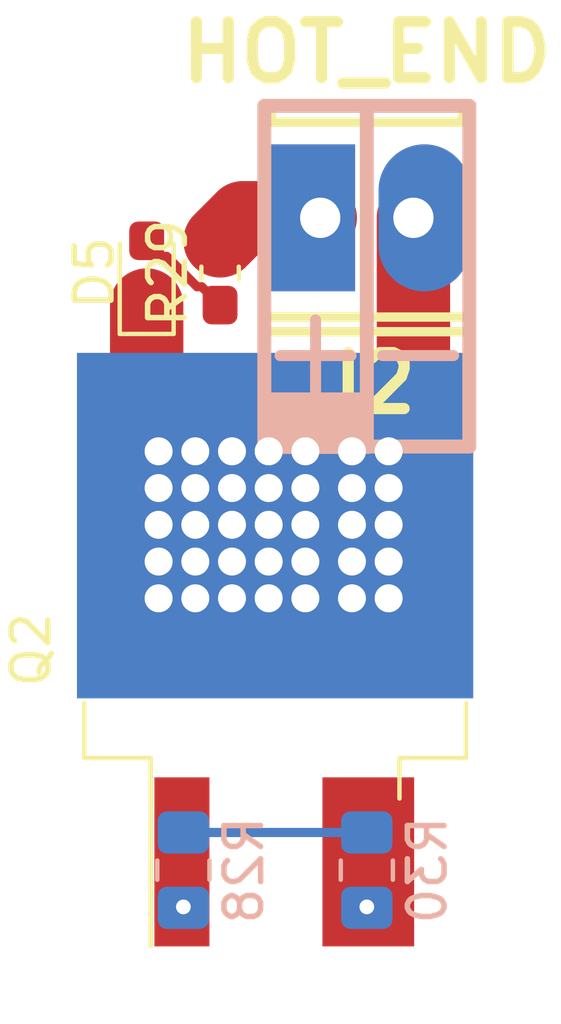
<source format=kicad_pcb>
(kicad_pcb (version 20171130) (host pcbnew 5.0.2-bee76a0~70~ubuntu18.04.1)

  (general
    (thickness 1.6)
    (drawings 0)
    (tracks 14)
    (zones 0)
    (modules 6)
    (nets 7)
  )

  (page A4)
  (layers
    (0 F.Cu signal)
    (31 B.Cu signal)
    (32 B.Adhes user)
    (33 F.Adhes user)
    (34 B.Paste user)
    (35 F.Paste user)
    (36 B.SilkS user)
    (37 F.SilkS user)
    (38 B.Mask user)
    (39 F.Mask user)
    (40 Dwgs.User user)
    (41 Cmts.User user)
    (42 Eco1.User user)
    (43 Eco2.User user)
    (44 Edge.Cuts user)
    (45 Margin user)
    (46 B.CrtYd user)
    (47 F.CrtYd user)
    (48 B.Fab user)
    (49 F.Fab user)
  )

  (setup
    (last_trace_width 0.25)
    (trace_clearance 0.2)
    (zone_clearance 0.508)
    (zone_45_only no)
    (trace_min 0.2)
    (segment_width 0.2)
    (edge_width 0.1)
    (via_size 0.8)
    (via_drill 0.4)
    (via_min_size 0.4)
    (via_min_drill 0.3)
    (uvia_size 0.3)
    (uvia_drill 0.1)
    (uvias_allowed no)
    (uvia_min_size 0.2)
    (uvia_min_drill 0.1)
    (pcb_text_width 0.3)
    (pcb_text_size 1.5 1.5)
    (mod_edge_width 0.15)
    (mod_text_size 1 1)
    (mod_text_width 0.15)
    (pad_size 1.5 1.5)
    (pad_drill 0.6)
    (pad_to_mask_clearance 0)
    (solder_mask_min_width 0.25)
    (aux_axis_origin 0 0)
    (visible_elements FFFFEF7F)
    (pcbplotparams
      (layerselection 0x010fc_ffffffff)
      (usegerberextensions false)
      (usegerberattributes false)
      (usegerberadvancedattributes false)
      (creategerberjobfile false)
      (excludeedgelayer true)
      (linewidth 0.100000)
      (plotframeref false)
      (viasonmask false)
      (mode 1)
      (useauxorigin false)
      (hpglpennumber 1)
      (hpglpenspeed 20)
      (hpglpendiameter 15.000000)
      (psnegative false)
      (psa4output false)
      (plotreference true)
      (plotvalue true)
      (plotinvisibletext false)
      (padsonsilk false)
      (subtractmaskfromsilk false)
      (outputformat 1)
      (mirror false)
      (drillshape 1)
      (scaleselection 1)
      (outputdirectory ""))
  )

  (net 0 "")
  (net 1 +12V)
  (net 2 "Net-(Q2-Pad1)")
  (net 3 GND)
  (net 4 "Net-(D5-Pad2)")
  (net 5 /EN1)
  (net 6 /-12V)

  (net_class Default "This is the default net class."
    (clearance 0.2)
    (trace_width 0.25)
    (via_dia 0.8)
    (via_drill 0.4)
    (uvia_dia 0.3)
    (uvia_drill 0.1)
    (add_net /EN1)
    (add_net "Net-(D5-Pad2)")
    (add_net "Net-(Q2-Pad1)")
  )

  (net_class 12V_HC ""
    (clearance 0.2)
    (trace_width 2)
    (via_dia 0.8)
    (via_drill 0.4)
    (uvia_dia 0.3)
    (uvia_drill 0.1)
    (add_net +12V)
    (add_net /-12V)
  )

  (net_class 12V_led ""
    (clearance 0.2)
    (trace_width 0.25)
    (via_dia 0.8)
    (via_drill 0.4)
    (uvia_dia 0.3)
    (uvia_drill 0.1)
  )

  (net_class GND ""
    (clearance 0.2)
    (trace_width 2.2)
    (via_dia 0.8)
    (via_drill 0.4)
    (uvia_dia 0.3)
    (uvia_drill 0.1)
    (add_net GND)
  )

  (module footprint-lib:mpt_0,5%2f2-2,54,heatbed locked (layer F.Cu) (tedit 5CC1F5F6) (tstamp 5CC5BE0A)
    (at 26.5 31.75 180)
    (descr "2-way 2.54mm pitch terminal block, Phoenix MPT series")
    (path /5CC19EB5)
    (fp_text reference J2 (at 0 -4.50088 180) (layer F.SilkS)
      (effects (font (size 1.524 1.524) (thickness 0.3048)))
    )
    (fp_text value HOT_END (at 0 4.50088 180) (layer F.SilkS)
      (effects (font (size 1.524 1.524) (thickness 0.3048)))
    )
    (fp_text user - (at -1.397 -3.556 180) (layer B.SilkS)
      (effects (font (size 2.54 2.54) (thickness 0.3)) (justify mirror))
    )
    (fp_text user + (at 1.397 -3.556 180) (layer B.SilkS)
      (effects (font (size 2.54 2.54) (thickness 0.3)) (justify mirror))
    )
    (fp_poly (pts (xy 0 -6.35) (xy 0 -4.826) (xy 2.794 -4.826) (xy 2.794 -6.35)) (layer B.SilkS) (width 0.15))
    (fp_line (start 0 -6.223) (end 0 3.048) (layer B.SilkS) (width 0.381))
    (fp_line (start 2.794 -6.223) (end -2.794 -6.223) (layer B.SilkS) (width 0.381))
    (fp_line (start 2.794 3.048) (end 2.794 -6.223) (layer B.SilkS) (width 0.381))
    (fp_line (start -2.794 3.048) (end 2.794 3.048) (layer B.SilkS) (width 0.381))
    (fp_line (start -2.794 -6.223) (end -2.794 3.048) (layer B.SilkS) (width 0.381))
    (fp_line (start -2.79908 -3.0988) (end -2.79908 3.0988) (layer F.SilkS) (width 0.254))
    (fp_line (start 2.79908 -3.0988) (end -2.79908 -3.0988) (layer F.SilkS) (width 0.254))
    (fp_line (start 2.79908 3.0988) (end 2.79908 -3.0988) (layer F.SilkS) (width 0.254))
    (fp_line (start -2.79908 3.0988) (end 2.79908 3.0988) (layer F.SilkS) (width 0.254))
    (fp_line (start -2.79908 -2.70002) (end 2.79908 -2.70002) (layer F.SilkS) (width 0.254))
    (fp_line (start 0 3.0988) (end 0 2.60096) (layer F.SilkS) (width 0.254))
    (fp_line (start 2.60096 2.60096) (end 2.60096 3.0988) (layer F.SilkS) (width 0.254))
    (fp_line (start -2.60096 3.0988) (end -2.60096 2.60096) (layer F.SilkS) (width 0.254))
    (fp_line (start 2.79908 2.60096) (end -2.79908 2.60096) (layer F.SilkS) (width 0.254))
    (pad 1 thru_hole rect (at 1.27 0 180) (size 2.5 3.99898) (drill 1.09728 (offset 0.3 0)) (layers *.Cu *.Mask)
      (net 1 +12V))
    (pad 2 thru_hole oval (at -1.27 0 180) (size 2.5 3.99898) (drill 1.09728 (offset -0.3 0)) (layers *.Cu *.Mask)
      (net 6 /-12V))
    (model ${HOME}/_workspace/kicad/kicad_library/smisioto-footprints/modules/packages3d/walter/conn_mpt/mpt_0,5-2-2,54.wrl
      (at (xyz 0 0 0))
      (scale (xyz 1 1 1))
      (rotate (xyz 0 0 0))
    )
  )

  (module footprint-lib:TO-263-2,drill_array (layer F.Cu) (tedit 5CC5BA9A) (tstamp 5CC64862)
    (at 24 43.5 90)
    (descr "TO-263 / D2PAK / DDPAK SMD package, http://www.infineon.com/cms/en/product/packages/PG-TO263/PG-TO263-3-1/")
    (tags "D2PAK DDPAK TO-263 D2PAK-3 TO-263-3 SOT-404")
    (path /5CC22325)
    (attr smd)
    (fp_text reference Q2 (at 0 -6.65 90) (layer F.SilkS)
      (effects (font (size 1 1) (thickness 0.15)))
    )
    (fp_text value STP55NF06 (at 0 6.65 90) (layer F.Fab)
      (effects (font (size 1 1) (thickness 0.15)))
    )
    (fp_text user %R (at 0 0 90) (layer F.Fab)
      (effects (font (size 1 1) (thickness 0.15)))
    )
    (fp_line (start 8.32 -5.65) (end -8.32 -5.65) (layer F.CrtYd) (width 0.05))
    (fp_line (start 8.32 5.65) (end 8.32 -5.65) (layer F.CrtYd) (width 0.05))
    (fp_line (start -8.32 5.65) (end 8.32 5.65) (layer F.CrtYd) (width 0.05))
    (fp_line (start -8.32 -5.65) (end -8.32 5.65) (layer F.CrtYd) (width 0.05))
    (fp_line (start -2.95 3.39) (end -4.05 3.39) (layer F.SilkS) (width 0.12))
    (fp_line (start -2.95 5.2) (end -2.95 3.39) (layer F.SilkS) (width 0.12))
    (fp_line (start -1.45 5.2) (end -2.95 5.2) (layer F.SilkS) (width 0.12))
    (fp_line (start -2.95 -3.39) (end -8.075 -3.39) (layer F.SilkS) (width 0.12))
    (fp_line (start -2.95 -5.2) (end -2.95 -3.39) (layer F.SilkS) (width 0.12))
    (fp_line (start -1.45 -5.2) (end -2.95 -5.2) (layer F.SilkS) (width 0.12))
    (fp_line (start -7.45 3.04) (end -2.75 3.04) (layer F.Fab) (width 0.1))
    (fp_line (start -7.45 2.04) (end -7.45 3.04) (layer F.Fab) (width 0.1))
    (fp_line (start -2.75 2.04) (end -7.45 2.04) (layer F.Fab) (width 0.1))
    (fp_line (start -7.45 -2.04) (end -2.75 -2.04) (layer F.Fab) (width 0.1))
    (fp_line (start -7.45 -3.04) (end -7.45 -2.04) (layer F.Fab) (width 0.1))
    (fp_line (start -2.75 -3.04) (end -7.45 -3.04) (layer F.Fab) (width 0.1))
    (fp_line (start -1.75 -5) (end 6.5 -5) (layer F.Fab) (width 0.1))
    (fp_line (start -2.75 -4) (end -1.75 -5) (layer F.Fab) (width 0.1))
    (fp_line (start -2.75 5) (end -2.75 -4) (layer F.Fab) (width 0.1))
    (fp_line (start 6.5 5) (end -2.75 5) (layer F.Fab) (width 0.1))
    (fp_line (start 6.5 -5) (end 6.5 5) (layer F.Fab) (width 0.1))
    (fp_line (start 7.5 5) (end 6.5 5) (layer F.Fab) (width 0.1))
    (fp_line (start 7.5 -5) (end 7.5 5) (layer F.Fab) (width 0.1))
    (fp_line (start 6.5 -5) (end 7.5 -5) (layer F.Fab) (width 0.1))
    (pad 2 thru_hole circle (at 5.397 3.095 90) (size 1.524 1.524) (drill 0.762) (layers *.Cu *.Mask)
      (net 6 /-12V))
    (pad 2 thru_hole circle (at 4.397 3.095 90) (size 1.524 1.524) (drill 0.762) (layers *.Cu *.Mask)
      (net 6 /-12V))
    (pad 2 thru_hole circle (at 3.397 3.095 90) (size 1.524 1.524) (drill 0.762) (layers *.Cu *.Mask)
      (net 6 /-12V))
    (pad 2 thru_hole circle (at 2.397 3.095 90) (size 1.524 1.524) (drill 0.762) (layers *.Cu *.Mask)
      (net 6 /-12V))
    (pad 2 thru_hole circle (at 1.397 3.095 90) (size 1.524 1.524) (drill 0.762) (layers *.Cu *.Mask)
      (net 6 /-12V))
    (pad 2 thru_hole circle (at 5.397 2.095 90) (size 1.524 1.524) (drill 0.762) (layers *.Cu *.Mask)
      (net 6 /-12V))
    (pad 2 thru_hole circle (at 4.397 2.095 90) (size 1.524 1.524) (drill 0.762) (layers *.Cu *.Mask)
      (net 6 /-12V))
    (pad 2 thru_hole circle (at 3.397 2.095 90) (size 1.524 1.524) (drill 0.762) (layers *.Cu *.Mask)
      (net 6 /-12V))
    (pad 2 thru_hole circle (at 2.397 2.095 90) (size 1.524 1.524) (drill 0.762) (layers *.Cu *.Mask)
      (net 6 /-12V))
    (pad 2 thru_hole circle (at 1.397 2.095 90) (size 1.524 1.524) (drill 0.762) (layers *.Cu *.Mask)
      (net 6 /-12V))
    (pad 2 thru_hole circle (at 5.397 0.825 90) (size 1.524 1.524) (drill 0.762) (layers *.Cu *.Mask)
      (net 6 /-12V))
    (pad 2 thru_hole circle (at 4.397 0.825 90) (size 1.524 1.524) (drill 0.762) (layers *.Cu *.Mask)
      (net 6 /-12V))
    (pad 2 thru_hole circle (at 3.397 0.825 90) (size 1.524 1.524) (drill 0.762) (layers *.Cu *.Mask)
      (net 6 /-12V))
    (pad 2 thru_hole circle (at 2.397 0.825 90) (size 1.524 1.524) (drill 0.762) (layers *.Cu *.Mask)
      (net 6 /-12V))
    (pad 2 thru_hole circle (at 1.397 0.825 90) (size 1.524 1.524) (drill 0.762) (layers *.Cu *.Mask)
      (net 6 /-12V))
    (pad 2 thru_hole circle (at 5.397 -0.175 90) (size 1.524 1.524) (drill 0.762) (layers *.Cu *.Mask)
      (net 6 /-12V))
    (pad 2 thru_hole circle (at 4.397 -0.175 90) (size 1.524 1.524) (drill 0.762) (layers *.Cu *.Mask)
      (net 6 /-12V))
    (pad 2 thru_hole circle (at 3.397 -0.175 90) (size 1.524 1.524) (drill 0.762) (layers *.Cu *.Mask)
      (net 6 /-12V))
    (pad 2 thru_hole circle (at 2.397 -0.175 90) (size 1.524 1.524) (drill 0.762) (layers *.Cu *.Mask)
      (net 6 /-12V))
    (pad 2 thru_hole circle (at 1.397 -0.175 90) (size 1.524 1.524) (drill 0.762) (layers *.Cu *.Mask)
      (net 6 /-12V))
    (pad 2 thru_hole circle (at 5.397 -1.175 90) (size 1.524 1.524) (drill 0.762) (layers *.Cu *.Mask)
      (net 6 /-12V))
    (pad 2 thru_hole circle (at 4.397 -1.175 90) (size 1.524 1.524) (drill 0.762) (layers *.Cu *.Mask)
      (net 6 /-12V))
    (pad 2 thru_hole circle (at 3.397 -1.175 90) (size 1.524 1.524) (drill 0.762) (layers *.Cu *.Mask)
      (net 6 /-12V))
    (pad 2 thru_hole circle (at 2.397 -1.175 90) (size 1.524 1.524) (drill 0.762) (layers *.Cu *.Mask)
      (net 6 /-12V))
    (pad 2 thru_hole circle (at 1.397 -1.175 90) (size 1.524 1.524) (drill 0.762) (layers *.Cu *.Mask)
      (net 6 /-12V))
    (pad 2 thru_hole circle (at 5.397 -2.175 90) (size 1.524 1.524) (drill 0.762) (layers *.Cu *.Mask)
      (net 6 /-12V))
    (pad 2 thru_hole circle (at 4.397 -2.175 90) (size 1.524 1.524) (drill 0.762) (layers *.Cu *.Mask)
      (net 6 /-12V))
    (pad 2 thru_hole circle (at 3.397 -2.175 90) (size 1.524 1.524) (drill 0.762) (layers *.Cu *.Mask)
      (net 6 /-12V))
    (pad 2 thru_hole circle (at 2.397 -2.175 90) (size 1.524 1.524) (drill 0.762) (layers *.Cu *.Mask)
      (net 6 /-12V))
    (pad 2 thru_hole circle (at 1.397 -2.175 90) (size 1.524 1.524) (drill 0.762) (layers *.Cu *.Mask)
      (net 6 /-12V))
    (pad 2 thru_hole circle (at 5.397 -3.175 90) (size 1.524 1.524) (drill 0.762) (layers *.Cu *.Mask)
      (net 6 /-12V))
    (pad 2 thru_hole circle (at 4.397 -3.175 90) (size 1.524 1.524) (drill 0.762) (layers *.Cu *.Mask)
      (net 6 /-12V))
    (pad 2 thru_hole circle (at 3.397 -3.175 90) (size 1.524 1.524) (drill 0.762) (layers *.Cu *.Mask)
      (net 6 /-12V))
    (pad 2 thru_hole circle (at 2.397 -3.175 90) (size 1.524 1.524) (drill 0.762) (layers *.Cu *.Mask)
      (net 6 /-12V))
    (pad 2 thru_hole circle (at 1.397 -3.175 90) (size 1.524 1.524) (drill 0.762) (layers *.Cu *.Mask)
      (net 6 /-12V))
    (pad "" smd rect (at 0.95 2.775 90) (size 4.55 5.25) (layers F.Paste))
    (pad "" smd rect (at 5.8 -2.775 90) (size 4.55 5.25) (layers F.Paste))
    (pad "" smd rect (at 0.95 -2.775 90) (size 4.55 5.25) (layers F.Paste))
    (pad "" smd rect (at 5.8 2.775 90) (size 4.55 5.25) (layers F.Paste))
    (pad 2 smd rect (at 3.375 0 90) (size 9.4 10.8) (layers F.Cu F.Mask)
      (net 6 /-12V))
    (pad 3 smd rect (at -5.775 2.54 90) (size 4.6 2.5) (layers F.Cu F.Paste F.Mask)
      (net 3 GND))
    (pad 1 smd rect (at -5.775 -2.54 90) (size 4.6 1.5) (layers F.Cu F.Paste F.Mask)
      (net 2 "Net-(Q2-Pad1)"))
    (pad 2 smd rect (at 3.375 0 90) (size 9.4 10.8) (layers B.Cu F.Mask)
      (net 6 /-12V))
    (model ${KISYS3DMOD}/Package_TO_SOT_SMD.3dshapes/TO-263-2.wrl
      (at (xyz 0 0 0))
      (scale (xyz 1 1 1))
      (rotate (xyz 0 0 0))
    )
  )

  (module LED_SMD:LED_0603_1608Metric_Pad1.05x0.95mm_HandSolder (layer F.Cu) (tedit 5B4B45C9) (tstamp 5CC2AFAC)
    (at 20.5 33.25 90)
    (descr "LED SMD 0603 (1608 Metric), square (rectangular) end terminal, IPC_7351 nominal, (Body size source: http://www.tortai-tech.com/upload/download/2011102023233369053.pdf), generated with kicad-footprint-generator")
    (tags "LED handsolder")
    (path /5CC2232A)
    (attr smd)
    (fp_text reference D5 (at 0 -1.43 90) (layer F.SilkS)
      (effects (font (size 1 1) (thickness 0.15)))
    )
    (fp_text value LED_RED,0603 (at 0 1.43 90) (layer F.Fab)
      (effects (font (size 1 1) (thickness 0.15)))
    )
    (fp_line (start 0.8 -0.4) (end -0.5 -0.4) (layer F.Fab) (width 0.1))
    (fp_line (start -0.5 -0.4) (end -0.8 -0.1) (layer F.Fab) (width 0.1))
    (fp_line (start -0.8 -0.1) (end -0.8 0.4) (layer F.Fab) (width 0.1))
    (fp_line (start -0.8 0.4) (end 0.8 0.4) (layer F.Fab) (width 0.1))
    (fp_line (start 0.8 0.4) (end 0.8 -0.4) (layer F.Fab) (width 0.1))
    (fp_line (start 0.8 -0.735) (end -1.66 -0.735) (layer F.SilkS) (width 0.12))
    (fp_line (start -1.66 -0.735) (end -1.66 0.735) (layer F.SilkS) (width 0.12))
    (fp_line (start -1.66 0.735) (end 0.8 0.735) (layer F.SilkS) (width 0.12))
    (fp_line (start -1.65 0.73) (end -1.65 -0.73) (layer F.CrtYd) (width 0.05))
    (fp_line (start -1.65 -0.73) (end 1.65 -0.73) (layer F.CrtYd) (width 0.05))
    (fp_line (start 1.65 -0.73) (end 1.65 0.73) (layer F.CrtYd) (width 0.05))
    (fp_line (start 1.65 0.73) (end -1.65 0.73) (layer F.CrtYd) (width 0.05))
    (fp_text user %R (at 0 0 90) (layer F.Fab)
      (effects (font (size 0.4 0.4) (thickness 0.06)))
    )
    (pad 1 smd roundrect (at -0.875 0 90) (size 1.05 0.95) (layers F.Cu F.Paste F.Mask) (roundrect_rratio 0.25)
      (net 6 /-12V))
    (pad 2 smd roundrect (at 0.875 0 90) (size 1.05 0.95) (layers F.Cu F.Paste F.Mask) (roundrect_rratio 0.25)
      (net 4 "Net-(D5-Pad2)"))
    (model ${KISYS3DMOD}/LED_SMD.3dshapes/LED_0603_1608Metric.wrl
      (at (xyz 0 0 0))
      (scale (xyz 1 1 1))
      (rotate (xyz 0 0 0))
    )
  )

  (module Resistor_SMD:R_0603_1608Metric_Pad1.05x0.95mm_HandSolder (layer F.Cu) (tedit 5B301BBD) (tstamp 5CC2AF75)
    (at 22.5 33.25 90)
    (descr "Resistor SMD 0603 (1608 Metric), square (rectangular) end terminal, IPC_7351 nominal with elongated pad for handsoldering. (Body size source: http://www.tortai-tech.com/upload/download/2011102023233369053.pdf), generated with kicad-footprint-generator")
    (tags "resistor handsolder")
    (path /5CC2239E)
    (attr smd)
    (fp_text reference R29 (at 0 -1.43 90) (layer F.SilkS)
      (effects (font (size 1 1) (thickness 0.15)))
    )
    (fp_text value R182,0603 (at 0 1.43 90) (layer F.Fab)
      (effects (font (size 1 1) (thickness 0.15)))
    )
    (fp_line (start -0.8 0.4) (end -0.8 -0.4) (layer F.Fab) (width 0.1))
    (fp_line (start -0.8 -0.4) (end 0.8 -0.4) (layer F.Fab) (width 0.1))
    (fp_line (start 0.8 -0.4) (end 0.8 0.4) (layer F.Fab) (width 0.1))
    (fp_line (start 0.8 0.4) (end -0.8 0.4) (layer F.Fab) (width 0.1))
    (fp_line (start -0.171267 -0.51) (end 0.171267 -0.51) (layer F.SilkS) (width 0.12))
    (fp_line (start -0.171267 0.51) (end 0.171267 0.51) (layer F.SilkS) (width 0.12))
    (fp_line (start -1.65 0.73) (end -1.65 -0.73) (layer F.CrtYd) (width 0.05))
    (fp_line (start -1.65 -0.73) (end 1.65 -0.73) (layer F.CrtYd) (width 0.05))
    (fp_line (start 1.65 -0.73) (end 1.65 0.73) (layer F.CrtYd) (width 0.05))
    (fp_line (start 1.65 0.73) (end -1.65 0.73) (layer F.CrtYd) (width 0.05))
    (fp_text user %R (at 0 0 90) (layer F.Fab)
      (effects (font (size 0.4 0.4) (thickness 0.06)))
    )
    (pad 1 smd roundrect (at -0.875 0 90) (size 1.05 0.95) (layers F.Cu F.Paste F.Mask) (roundrect_rratio 0.25)
      (net 4 "Net-(D5-Pad2)"))
    (pad 2 smd roundrect (at 0.875 0 90) (size 1.05 0.95) (layers F.Cu F.Paste F.Mask) (roundrect_rratio 0.25)
      (net 1 +12V))
    (model ${KISYS3DMOD}/Resistor_SMD.3dshapes/R_0603_1608Metric.wrl
      (at (xyz 0 0 0))
      (scale (xyz 1 1 1))
      (rotate (xyz 0 0 0))
    )
  )

  (module Resistor_SMD:R_0805_2012Metric_Pad1.15x1.40mm_HandSolder (layer B.Cu) (tedit 5B36C52B) (tstamp 5CC2B76D)
    (at 26.5 49.5 90)
    (descr "Resistor SMD 0805 (2012 Metric), square (rectangular) end terminal, IPC_7351 nominal with elongated pad for handsoldering. (Body size source: https://docs.google.com/spreadsheets/d/1BsfQQcO9C6DZCsRaXUlFlo91Tg2WpOkGARC1WS5S8t0/edit?usp=sharing), generated with kicad-footprint-generator")
    (tags "resistor handsolder")
    (path /5CC22411)
    (attr smd)
    (fp_text reference R30 (at 0 1.65 90) (layer B.SilkS)
      (effects (font (size 1 1) (thickness 0.15)) (justify mirror))
    )
    (fp_text value R104,0805 (at 0 -1.65 90) (layer B.Fab)
      (effects (font (size 1 1) (thickness 0.15)) (justify mirror))
    )
    (fp_text user %R (at 0 0 90) (layer B.Fab)
      (effects (font (size 0.5 0.5) (thickness 0.08)) (justify mirror))
    )
    (fp_line (start 1.85 -0.95) (end -1.85 -0.95) (layer B.CrtYd) (width 0.05))
    (fp_line (start 1.85 0.95) (end 1.85 -0.95) (layer B.CrtYd) (width 0.05))
    (fp_line (start -1.85 0.95) (end 1.85 0.95) (layer B.CrtYd) (width 0.05))
    (fp_line (start -1.85 -0.95) (end -1.85 0.95) (layer B.CrtYd) (width 0.05))
    (fp_line (start -0.261252 -0.71) (end 0.261252 -0.71) (layer B.SilkS) (width 0.12))
    (fp_line (start -0.261252 0.71) (end 0.261252 0.71) (layer B.SilkS) (width 0.12))
    (fp_line (start 1 -0.6) (end -1 -0.6) (layer B.Fab) (width 0.1))
    (fp_line (start 1 0.6) (end 1 -0.6) (layer B.Fab) (width 0.1))
    (fp_line (start -1 0.6) (end 1 0.6) (layer B.Fab) (width 0.1))
    (fp_line (start -1 -0.6) (end -1 0.6) (layer B.Fab) (width 0.1))
    (pad 2 smd roundrect (at 1.025 0 90) (size 1.15 1.4) (layers B.Cu B.Paste B.Mask) (roundrect_rratio 0.217391)
      (net 5 /EN1))
    (pad 1 smd roundrect (at -1.025 0 90) (size 1.15 1.4) (layers B.Cu B.Paste B.Mask) (roundrect_rratio 0.217391)
      (net 3 GND))
    (model ${KISYS3DMOD}/Resistor_SMD.3dshapes/R_0805_2012Metric.wrl
      (at (xyz 0 0 0))
      (scale (xyz 1 1 1))
      (rotate (xyz 0 0 0))
    )
  )

  (module Resistor_SMD:R_0805_2012Metric_Pad1.15x1.40mm_HandSolder (layer B.Cu) (tedit 5B36C52B) (tstamp 5CC64EFF)
    (at 21.5 49.5 90)
    (descr "Resistor SMD 0805 (2012 Metric), square (rectangular) end terminal, IPC_7351 nominal with elongated pad for handsoldering. (Body size source: https://docs.google.com/spreadsheets/d/1BsfQQcO9C6DZCsRaXUlFlo91Tg2WpOkGARC1WS5S8t0/edit?usp=sharing), generated with kicad-footprint-generator")
    (tags "resistor handsolder")
    (path /5CC19EC3)
    (attr smd)
    (fp_text reference R28 (at 0 1.65 90) (layer B.SilkS)
      (effects (font (size 1 1) (thickness 0.15)) (justify mirror))
    )
    (fp_text value R100,0805 (at 0 -1.65 90) (layer B.Fab)
      (effects (font (size 1 1) (thickness 0.15)) (justify mirror))
    )
    (fp_line (start -1 -0.6) (end -1 0.6) (layer B.Fab) (width 0.1))
    (fp_line (start -1 0.6) (end 1 0.6) (layer B.Fab) (width 0.1))
    (fp_line (start 1 0.6) (end 1 -0.6) (layer B.Fab) (width 0.1))
    (fp_line (start 1 -0.6) (end -1 -0.6) (layer B.Fab) (width 0.1))
    (fp_line (start -0.261252 0.71) (end 0.261252 0.71) (layer B.SilkS) (width 0.12))
    (fp_line (start -0.261252 -0.71) (end 0.261252 -0.71) (layer B.SilkS) (width 0.12))
    (fp_line (start -1.85 -0.95) (end -1.85 0.95) (layer B.CrtYd) (width 0.05))
    (fp_line (start -1.85 0.95) (end 1.85 0.95) (layer B.CrtYd) (width 0.05))
    (fp_line (start 1.85 0.95) (end 1.85 -0.95) (layer B.CrtYd) (width 0.05))
    (fp_line (start 1.85 -0.95) (end -1.85 -0.95) (layer B.CrtYd) (width 0.05))
    (fp_text user %R (at 0 0 90) (layer B.Fab)
      (effects (font (size 0.5 0.5) (thickness 0.08)) (justify mirror))
    )
    (pad 1 smd roundrect (at -1.025 0 90) (size 1.15 1.4) (layers B.Cu B.Paste B.Mask) (roundrect_rratio 0.217391)
      (net 2 "Net-(Q2-Pad1)"))
    (pad 2 smd roundrect (at 1.025 0 90) (size 1.15 1.4) (layers B.Cu B.Paste B.Mask) (roundrect_rratio 0.217391)
      (net 5 /EN1))
    (model ${KISYS3DMOD}/Resistor_SMD.3dshapes/R_0805_2012Metric.wrl
      (at (xyz 0 0 0))
      (scale (xyz 1 1 1))
      (rotate (xyz 0 0 0))
    )
  )

  (via (at 21.5 50.5) (size 0.8) (drill 0.4) (layers F.Cu B.Cu) (net 2))
  (via (at 26.5 50.5) (size 0.8) (drill 0.4) (layers F.Cu B.Cu) (net 3))
  (segment (start 23.125 31.75) (end 22.5 32.375) (width 2) (layer F.Cu) (net 1))
  (segment (start 25.23 31.75) (end 23.125 31.75) (width 2) (layer F.Cu) (net 1))
  (segment (start 20.92499 32.79999) (end 20.5 32.375) (width 0.25) (layer F.Cu) (net 4))
  (segment (start 21.048837 32.79999) (end 20.92499 32.79999) (width 0.25) (layer F.Cu) (net 4))
  (segment (start 21.874775 33.625928) (end 21.048837 32.79999) (width 0.25) (layer F.Cu) (net 4))
  (segment (start 22.000928 33.625928) (end 21.874775 33.625928) (width 0.25) (layer F.Cu) (net 4))
  (segment (start 22.5 34.125) (end 22.000928 33.625928) (width 0.25) (layer F.Cu) (net 4))
  (segment (start 21.5 48.475) (end 26.5 48.475) (width 0.25) (layer B.Cu) (net 5))
  (segment (start 27.77 36.355) (end 24 40.125) (width 2) (layer F.Cu) (net 6))
  (segment (start 27.77 31.75) (end 27.77 36.355) (width 2) (layer F.Cu) (net 6))
  (segment (start 20.5 36.778) (end 22.825 39.103) (width 2) (layer F.Cu) (net 6))
  (segment (start 20.5 34.125) (end 20.5 36.778) (width 2) (layer F.Cu) (net 6))

)

</source>
